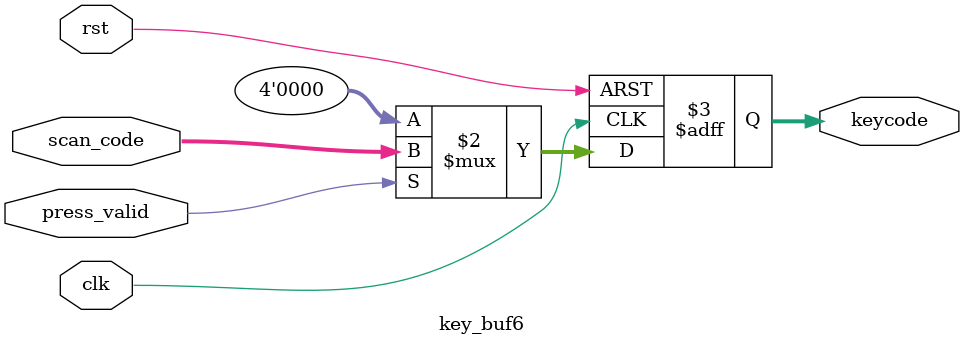
<source format=v>
module key_buf6(clk, rst, press_valid, scan_code, keycode);
	input clk, rst, press_valid;
	input [3:0] scan_code;
	output [3:0] keycode;
	reg [3:0] keycode;
	always @(posedge clk or posedge rst) begin
		if(rst)
			keycode <= 4'b0;
		else
			keycode <= press_valid ? scan_code : 4'b0000;
	end
endmodule

</source>
